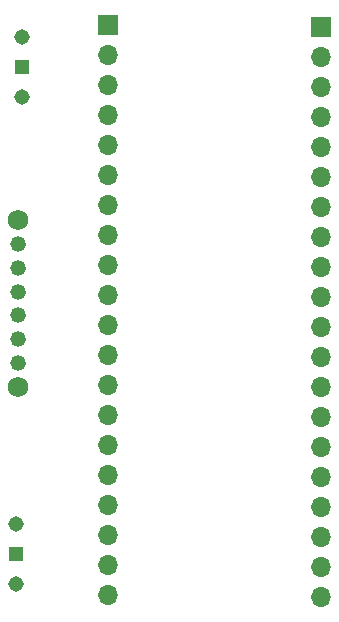
<source format=gbr>
%TF.GenerationSoftware,KiCad,Pcbnew,6.0.1-79c1e3a40b~116~ubuntu20.04.1*%
%TF.CreationDate,2022-02-10T07:45:31-06:00*%
%TF.ProjectId,pico-ducky,7069636f-2d64-4756-936b-792e6b696361,rev?*%
%TF.SameCoordinates,Original*%
%TF.FileFunction,Copper,L2,Bot*%
%TF.FilePolarity,Positive*%
%FSLAX46Y46*%
G04 Gerber Fmt 4.6, Leading zero omitted, Abs format (unit mm)*
G04 Created by KiCad (PCBNEW 6.0.1-79c1e3a40b~116~ubuntu20.04.1) date 2022-02-10 07:45:31*
%MOMM*%
%LPD*%
G01*
G04 APERTURE LIST*
%TA.AperFunction,ComponentPad*%
%ADD10C,1.320800*%
%TD*%
%TA.AperFunction,ComponentPad*%
%ADD11C,1.752600*%
%TD*%
%TA.AperFunction,ComponentPad*%
%ADD12R,1.700000X1.700000*%
%TD*%
%TA.AperFunction,ComponentPad*%
%ADD13O,1.700000X1.700000*%
%TD*%
%TA.AperFunction,ComponentPad*%
%ADD14R,1.308000X1.308000*%
%TD*%
%TA.AperFunction,ComponentPad*%
%ADD15C,1.308000*%
%TD*%
G04 APERTURE END LIST*
D10*
%TO.P,SW3,1,1*%
%TO.N,Net-(J1-Pad6)*%
X105400000Y-71800000D03*
%TO.P,SW3,2,2*%
%TO.N,Net-(J1-Pad7)*%
X105400000Y-73800001D03*
%TO.P,SW3,3,3*%
%TO.N,Net-(J1-Pad8)*%
X105400000Y-75800000D03*
%TO.P,SW3,4,4*%
%TO.N,Net-(J1-Pad13)*%
X105400000Y-77800001D03*
%TO.P,SW3,5,5*%
%TO.N,Net-(J1-Pad14)*%
X105400000Y-79799999D03*
%TO.P,SW3,6,6*%
%TO.N,Net-(J1-Pad15)*%
X105400000Y-81800000D03*
D11*
%TO.P,SW3,7*%
%TO.N,N/C*%
X105400000Y-69700000D03*
%TO.P,SW3,8*%
X105400000Y-83900000D03*
%TD*%
D12*
%TO.P,J2,1,Pin_1*%
%TO.N,unconnected-(J2-Pad1)*%
X131000000Y-53400000D03*
D13*
%TO.P,J2,2,Pin_2*%
%TO.N,unconnected-(J2-Pad2)*%
X131000000Y-55940000D03*
%TO.P,J2,3,Pin_3*%
%TO.N,unconnected-(J2-Pad3)*%
X131000000Y-58480000D03*
%TO.P,J2,4,Pin_4*%
%TO.N,unconnected-(J2-Pad4)*%
X131000000Y-61020000D03*
%TO.P,J2,5,Pin_5*%
%TO.N,unconnected-(J2-Pad5)*%
X131000000Y-63560000D03*
%TO.P,J2,6,Pin_6*%
%TO.N,unconnected-(J2-Pad6)*%
X131000000Y-66100000D03*
%TO.P,J2,7,Pin_7*%
%TO.N,unconnected-(J2-Pad7)*%
X131000000Y-68640000D03*
%TO.P,J2,8,Pin_8*%
%TO.N,unconnected-(J2-Pad8)*%
X131000000Y-71180000D03*
%TO.P,J2,9,Pin_9*%
%TO.N,unconnected-(J2-Pad9)*%
X131000000Y-73720000D03*
%TO.P,J2,10,Pin_10*%
%TO.N,unconnected-(J2-Pad10)*%
X131000000Y-76260000D03*
%TO.P,J2,11,Pin_11*%
%TO.N,unconnected-(J2-Pad11)*%
X131000000Y-78800000D03*
%TO.P,J2,12,Pin_12*%
%TO.N,unconnected-(J2-Pad12)*%
X131000000Y-81340000D03*
%TO.P,J2,13,Pin_13*%
%TO.N,unconnected-(J2-Pad13)*%
X131000000Y-83880000D03*
%TO.P,J2,14,Pin_14*%
%TO.N,unconnected-(J2-Pad14)*%
X131000000Y-86420000D03*
%TO.P,J2,15,Pin_15*%
%TO.N,unconnected-(J2-Pad15)*%
X131000000Y-88960000D03*
%TO.P,J2,16,Pin_16*%
%TO.N,unconnected-(J2-Pad16)*%
X131000000Y-91500000D03*
%TO.P,J2,17,Pin_17*%
%TO.N,unconnected-(J2-Pad17)*%
X131000000Y-94040000D03*
%TO.P,J2,18,Pin_18*%
%TO.N,unconnected-(J2-Pad18)*%
X131000000Y-96580000D03*
%TO.P,J2,19,Pin_19*%
%TO.N,unconnected-(J2-Pad19)*%
X131000000Y-99120000D03*
%TO.P,J2,20,Pin_20*%
%TO.N,unconnected-(J2-Pad20)*%
X131000000Y-101660000D03*
%TD*%
D14*
%TO.P,S1,1*%
%TO.N,Net-(J1-Pad18)*%
X105200000Y-98000000D03*
D15*
%TO.P,S1,2*%
%TO.N,unconnected-(S1-Pad2)*%
X105200000Y-95460000D03*
%TO.P,S1,3*%
%TO.N,Net-(J1-Pad20)*%
X105200000Y-100540000D03*
%TD*%
D12*
%TO.P,J1,1,Pin_1*%
%TO.N,Net-(J1-Pad1)*%
X112950000Y-53205000D03*
D13*
%TO.P,J1,2,Pin_2*%
%TO.N,unconnected-(J1-Pad2)*%
X112950000Y-55745000D03*
%TO.P,J1,3,Pin_3*%
%TO.N,Net-(J1-Pad3)*%
X112950000Y-58285000D03*
%TO.P,J1,4,Pin_4*%
%TO.N,unconnected-(J1-Pad4)*%
X112950000Y-60825000D03*
%TO.P,J1,5,Pin_5*%
%TO.N,unconnected-(J1-Pad5)*%
X112950000Y-63365000D03*
%TO.P,J1,6,Pin_6*%
%TO.N,Net-(J1-Pad6)*%
X112950000Y-65905000D03*
%TO.P,J1,7,Pin_7*%
%TO.N,Net-(J1-Pad7)*%
X112950000Y-68445000D03*
%TO.P,J1,8,Pin_8*%
%TO.N,Net-(J1-Pad8)*%
X112950000Y-70985000D03*
%TO.P,J1,9,Pin_9*%
%TO.N,unconnected-(J1-Pad9)*%
X112950000Y-73525000D03*
%TO.P,J1,10,Pin_10*%
%TO.N,unconnected-(J1-Pad10)*%
X112950000Y-76065000D03*
%TO.P,J1,11,Pin_11*%
%TO.N,unconnected-(J1-Pad11)*%
X112950000Y-78605000D03*
%TO.P,J1,12,Pin_12*%
%TO.N,unconnected-(J1-Pad12)*%
X112950000Y-81145000D03*
%TO.P,J1,13,Pin_13*%
%TO.N,Net-(J1-Pad13)*%
X112950000Y-83685000D03*
%TO.P,J1,14,Pin_14*%
%TO.N,Net-(J1-Pad14)*%
X112950000Y-86225000D03*
%TO.P,J1,15,Pin_15*%
%TO.N,Net-(J1-Pad15)*%
X112950000Y-88765000D03*
%TO.P,J1,16,Pin_16*%
%TO.N,unconnected-(J1-Pad16)*%
X112950000Y-91305000D03*
%TO.P,J1,17,Pin_17*%
%TO.N,unconnected-(J1-Pad17)*%
X112950000Y-93845000D03*
%TO.P,J1,18,Pin_18*%
%TO.N,Net-(J1-Pad18)*%
X112950000Y-96385000D03*
%TO.P,J1,19,Pin_19*%
%TO.N,unconnected-(J1-Pad19)*%
X112950000Y-98925000D03*
%TO.P,J1,20,Pin_20*%
%TO.N,Net-(J1-Pad20)*%
X112950000Y-101465000D03*
%TD*%
D14*
%TO.P,S2,1*%
%TO.N,Net-(J1-Pad3)*%
X105700000Y-56740000D03*
D15*
%TO.P,S2,2*%
%TO.N,Net-(J1-Pad1)*%
X105700000Y-54200000D03*
%TO.P,S2,3*%
%TO.N,unconnected-(S2-Pad3)*%
X105700000Y-59280000D03*
%TD*%
M02*

</source>
